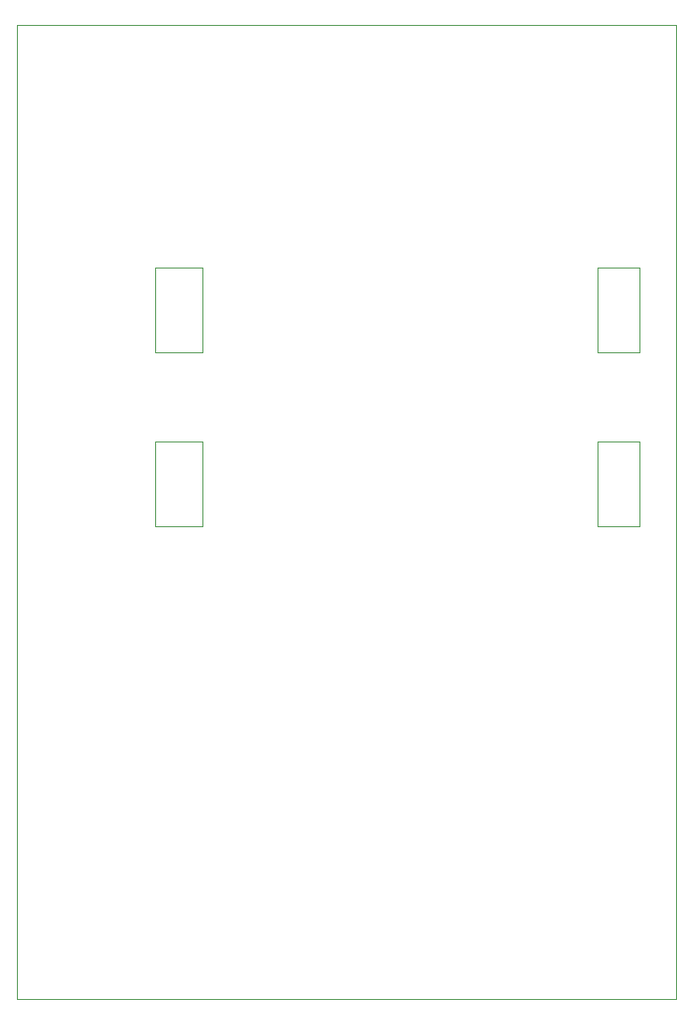
<source format=gbr>
%TF.GenerationSoftware,KiCad,Pcbnew,(6.0.8)*%
%TF.CreationDate,2022-10-21T20:47:53+05:30*%
%TF.ProjectId,Dual Rail Supply For Breadboard,4475616c-2052-4616-996c-20537570706c,rev?*%
%TF.SameCoordinates,Original*%
%TF.FileFunction,Profile,NP*%
%FSLAX46Y46*%
G04 Gerber Fmt 4.6, Leading zero omitted, Abs format (unit mm)*
G04 Created by KiCad (PCBNEW (6.0.8)) date 2022-10-21 20:47:53*
%MOMM*%
%LPD*%
G01*
G04 APERTURE LIST*
%TA.AperFunction,Profile*%
%ADD10C,0.100000*%
%TD*%
G04 APERTURE END LIST*
D10*
X134400000Y-44900000D02*
X197000000Y-44900000D01*
X197000000Y-44900000D02*
X197000000Y-137400000D01*
X197000000Y-137400000D02*
X134400000Y-137400000D01*
X134400000Y-137400000D02*
X134400000Y-44900000D01*
X152000000Y-92500000D02*
X147500000Y-92500000D01*
X147500000Y-92500000D02*
X147500000Y-84500000D01*
X147500000Y-84500000D02*
X152000000Y-84500000D01*
X152000000Y-84500000D02*
X152000000Y-92500000D01*
X193500000Y-76000000D02*
X189500000Y-76000000D01*
X189500000Y-76000000D02*
X189500000Y-68000000D01*
X189500000Y-68000000D02*
X193500000Y-68000000D01*
X193500000Y-68000000D02*
X193500000Y-76000000D01*
X152000000Y-76000000D02*
X147500000Y-76000000D01*
X147500000Y-76000000D02*
X147500000Y-68000000D01*
X147500000Y-68000000D02*
X152000000Y-68000000D01*
X152000000Y-68000000D02*
X152000000Y-76000000D01*
X193500000Y-92500000D02*
X189500000Y-92500000D01*
X189500000Y-92500000D02*
X189500000Y-84500000D01*
X189500000Y-84500000D02*
X193500000Y-84500000D01*
X193500000Y-84500000D02*
X193500000Y-92500000D01*
M02*

</source>
